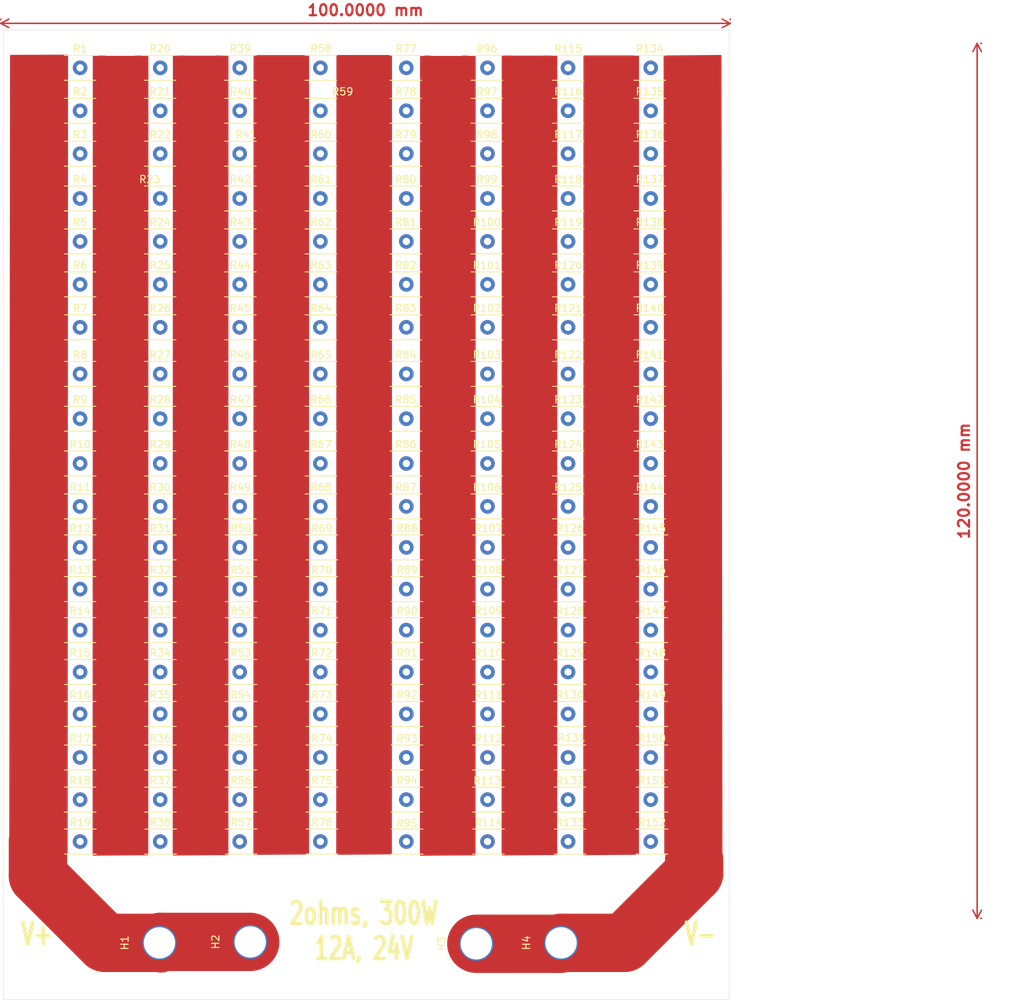
<source format=kicad_pcb>
(kicad_pcb (version 20240108) (generator "pcbnew") (generator_version "8.0")
  (layers (0 "F.Cu" signal) (31 "B.Cu" signal) (34 "B.Paste" user) (35 "F.Paste" user) (36 "B.SilkS" user "B.Silkscreen") (37 "F.SilkS" user "F.Silkscreen") (38 "B.Mask" user) (39 "F.Mask" user) (44 "Edge.Cuts" user))
  (net 0 "")
  (net 1 "/V+")
  (net 2 "/P1")
  (net 3 "/P2")
  (net 4 "/V-")
  (net 5 "/P3")
  (net 6 "/P4")
  (net 7 "/P5")
  (net 8 "/P6")
  (net 9 "/P7")
  (footprint "Resistor_SMD:R_2512_6332Metric" (layer "F.Cu") (at 52.0375 103.29)
    (property "Reference" "R14")
    (property "Value" "4.7")
  )
  (footprint "Resistor_SMD:R_2512_6332Metric" (layer "F.Cu") (at 63.04703 97.67)
    (property "Reference" "R32")
    (property "Value" "4.7")
  )
  (footprint "Resistor_SMD:R_2512_6332Metric" (layer "F.Cu") (at 96.68702 55.88)
    (property "Reference" "R82")
    (property "Value" "4.7")
  )
  (footprint "Resistor_SMD:R_2512_6332Metric" (layer "F.Cu") (at 130.128108 44.1)
    (property "Reference" "R137")
    (property "Value" "4.7")
  )
  (footprint "Resistor_SMD:R_2512_6332Metric" (layer "F.Cu") (at 74.092274 97.67)
    (property "Reference" "R51")
    (property "Value" "4.7")
  )
  (footprint "Resistor_SMD:R_2512_6332Metric" (layer "F.Cu") (at 118.945364 37.96)
    (property "Reference" "R117")
    (property "Value" "4.7")
  )
  (footprint "Resistor_SMD:R_2512_6332Metric" (layer "F.Cu") (at 130.415608 126.54)
    (property "Reference" "R151")
    (property "Value" "4.7")
  )
  (footprint "Resistor_SMD:R_2512_6332Metric" (layer "F.Cu") (at 96.68702 61.77)
    (property "Reference" "R83")
    (property "Value" "4.7")
  )
  (footprint "Resistor_SMD:R_2512_6332Metric" (layer "F.Cu") (at 74.010132 68.16)
    (property "Reference" "R46")
    (property "Value" "4.7")
  )
  (footprint "Resistor_SMD:R_2512_6332Metric" (layer "F.Cu") (at 119.19179 126.54)
    (property "Reference" "R132")
    (property "Value" "4.7")
  )
  (footprint "MountingHole:MountingHole_4.3mm_M4_DIN965_Pad_TopOnly" (layer "F.Cu") (at 62.917201 146.183101 90)
    (property "Reference" "H1")
    (property "Value" "MountingHole_Pad")
  )
  (footprint "Resistor_SMD:R_2512_6332Metric" (layer "F.Cu") (at 63.005959 74.3)
    (property "Reference" "R28")
    (property "Value" "4.7")
  )
  (footprint "Resistor_SMD:R_2512_6332Metric" (layer "F.Cu") (at 63.005959 80.44)
    (property "Reference" "R29")
    (property "Value" "4.7")
  )
  (footprint "Resistor_SMD:R_2512_6332Metric" (layer "F.Cu") (at 118.945364 80.44)
    (property "Reference" "R124")
    (property "Value" "4.7")
  )
  (footprint "Resistor_SMD:R_2512_6332Metric" (layer "F.Cu") (at 52.0375 74.3)
    (property "Reference" "R9")
    (property "Value" "4.7")
  )
  (footprint "Resistor_SMD:R_2512_6332Metric" (layer "F.Cu") (at 74.010132 44.1)
    (property "Reference" "R42")
    (property "Value" "4.7")
  )
  (footprint "Resistor_SMD:R_2512_6332Metric" (layer "F.Cu") (at 74.010132 61.77)
    (property "Reference" "R45")
    (property "Value" "4.7")
  )
  (footprint "Resistor_SMD:R_2512_6332Metric" (layer "F.Cu") (at 96.68702 68.16)
    (property "Reference" "R84")
    (property "Value" "4.7")
  )
  (footprint "Resistor_SMD:R_2512_6332Metric" (layer "F.Cu") (at 63.005959 37.96)
    (property "Reference" "R22")
    (property "Value" "4.7")
  )
  (footprint "Resistor_SMD:R_2512_6332Metric" (layer "F.Cu") (at 52.0375 91.95)
    (property "Reference" "R12")
    (property "Value" "4.7")
  )
  (footprint "Resistor_SMD:R_2512_6332Metric" (layer "F.Cu") (at 130.415608 120.76)
    (property "Reference" "R150")
    (property "Value" "4.7")
  )
  (footprint "Resistor_SMD:R_2512_6332Metric" (layer "F.Cu") (at 96.68702 74.3)
    (property "Reference" "R85")
    (property "Value" "4.7")
  )
  (footprint "Resistor_SMD:R_2512_6332Metric" (layer "F.Cu") (at 63.04703 91.95)
    (property "Reference" "R31")
    (property "Value" "4.7")
  )
  (footprint "Resistor_SMD:R_2512_6332Metric" (layer "F.Cu") (at 52.0375 26.18)
    (property "Reference" "R1")
    (property "Value" "4.7")
  )
  (footprint "Resistor_SMD:R_2512_6332Metric" (layer "F.Cu") (at 96.851304 114.79)
    (property "Reference" "R92")
    (property "Value" "4.7")
  )
  (footprint "Resistor_SMD:R_2512_6332Metric" (layer "F.Cu") (at 108.014405 132.29)
    (property "Reference" "R114")
    (property "Value" "4.7")
  )
  (footprint "Resistor_SMD:R_2512_6332Metric" (layer "F.Cu") (at 130.128108 61.77)
    (property "Reference" "R140")
    (property "Value" "4.7")
  )
  (footprint "Resistor_SMD:R_2512_6332Metric" (layer "F.Cu") (at 74.010132 37.96)
    (property "Reference" "R41")
    (property "Value" "4.7")
  )
  (footprint "Resistor_SMD:R_2512_6332Metric" (layer "F.Cu") (at 74.092274 109.04)
    (property "Reference" "R53")
    (property "Value" "4.7")
  )
  (footprint "Resistor_SMD:R_2512_6332Metric" (layer "F.Cu") (at 85.173232 126.54)
    (property "Reference" "R75")
    (property "Value" "4.7")
  )
  (footprint "Resistor_SMD:R_2512_6332Metric" (layer "F.Cu") (at 52.0375 32.07)
    (property "Reference" "R2")
    (property "Value" "4.7")
  )
  (footprint "Resistor_SMD:R_2512_6332Metric" (layer "F.Cu") (at 74.010132 49.99)
    (property "Reference" "R43")
    (property "Value" "4.7")
  )
  (footprint "Resistor_SMD:R_2512_6332Metric" (layer "F.Cu") (at 119.19179 114.79)
    (property "Reference" "R130")
    (property "Value" "4.7")
  )
  (footprint "Resistor_SMD:R_2512_6332Metric" (layer "F.Cu") (at 85.173232 109.04)
    (property "Reference" "R72")
    (property "Value" "4.7")
  )
  (footprint "Resistor_SMD:R_2512_6332Metric" (layer "F.Cu") (at 107.798335 49.99)
    (property "Reference" "R100")
    (property "Value" "4.7")
  )
  (footprint "Resistor_SMD:R_2512_6332Metric" (layer "F.Cu") (at 63.04703 120.76)
    (property "Reference" "R36")
    (property "Value" "4.7")
  )
  (footprint "Resistor_SMD:R_2512_6332Metric" (layer "F.Cu") (at 85.173232 120.76)
    (property "Reference" "R74")
    (property "Value" "4.7")
  )
  (footprint "Resistor_SMD:R_2512_6332Metric" (layer "F.Cu") (at 85.050019 61.77)
    (property "Reference" "R64")
    (property "Value" "4.7")
  )
  (footprint "Resistor_SMD:R_2512_6332Metric" (layer "F.Cu") (at 130.415608 103.29)
    (property "Reference" "R147")
    (property "Value" "4.7")
  )
  (footprint "Resistor_SMD:R_2512_6332Metric" (layer "F.Cu") (at 85.173232 114.79)
    (property "Reference" "R73")
    (property "Value" "4.7")
  )
  (footprint "Resistor_SMD:R_2512_6332Metric" (layer "F.Cu") (at 108.00369 97.67)
    (property "Reference" "R108")
    (property "Value" "4.7")
  )
  (footprint "Resistor_SMD:R_2512_6332Metric" (layer "F.Cu") (at 96.68702 32.07)
    (property "Reference" "R78")
    (property "Value" "4.7")
  )
  (footprint "Resistor_SMD:R_2512_6332Metric" (layer "F.Cu") (at 130.128108 55.88)
    (property "Reference" "R139")
    (property "Value" "4.7")
  )
  (footprint "Resistor_SMD:R_2512_6332Metric" (layer "F.Cu") (at 130.128108 86.33)
    (property "Reference" "R144")
    (property "Value" "4.7")
  )
  (footprint "Resistor_SMD:R_2512_6332Metric" (layer "F.Cu") (at 108.00369 120.76)
    (property "Reference" "R112")
    (property "Value" "4.7")
  )
  (footprint "Resistor_SMD:R_2512_6332Metric" (layer "F.Cu") (at 118.945364 68.16)
    (property "Reference" "R122")
    (property "Value" "4.7")
  )
  (footprint "Resistor_SMD:R_2512_6332Metric" (layer "F.Cu") (at 63.04703 126.54)
    (property "Reference" "R37")
    (property "Value" "4.7")
  )
  (footprint "Resistor_SMD:R_2512_6332Metric" (layer "F.Cu") (at 85.050019 55.88)
    (property "Reference" "R63")
    (property "Value" "4.7")
  )
  (footprint "Resistor_SMD:R_2512_6332Metric" (layer "F.Cu") (at 118.945364 61.77)
    (property "Reference" "R121")
    (property "Value" "4.7")
  )
  (footprint "Resistor_SMD:R_2512_6332Metric" (layer "F.Cu") (at 52.075 132.29)
    (property "Reference" "R19")
    (property "Value" "4.7")
  )
  (footprint "Resistor_SMD:R_2512_6332Metric" (layer "F.Cu") (at 52.0375 80.44)
    (property "Reference" "R10")
    (property "Value" "4.7")
  )
  (footprint "Resistor_SMD:R_2512_6332Metric" (layer "F.Cu") (at 130.128108 68.16)
    (property "Reference" "R141")
    (property "Value" "4.7")
  )
  (footprint "Resistor_SMD:R_2512_6332Metric" (layer "F.Cu") (at 118.945364 55.88)
    (property "Reference" "R120")
    (property "Value" "4.7")
  )
  (footprint "Resistor_SMD:R_2512_6332Metric" (layer "F.Cu") (at 96.851304 91.95)
    (property "Reference" "R88")
    (property "Value" "4.7")
  )
  (footprint "Resistor_SMD:R_2512_6332Metric" (layer "F.Cu") (at 118.945364 49.99)
    (property "Reference" "R119")
    (property "Value" "4.7")
  )
  (footprint "Resistor_SMD:R_2512_6332Metric" (layer "F.Cu") (at 130.128108 37.96)
    (property "Reference" "R136")
    (property "Value" "4.7")
  )
  (footprint "Resistor_SMD:R_2512_6332Metric" (layer "F.Cu") (at 52.0375 55.88)
    (property "Reference" "R6")
    (property "Value" "4.7")
  )
  (footprint "MountingHole:MountingHole_4.3mm_M4_DIN965_Pad_TopOnly" (layer "F.Cu") (at 117.967201 146.183101 90)
    (property "Reference" "H4")
    (property "Value" "MountingHole_Pad")
  )
  (footprint "Resistor_SMD:R_2512_6332Metric" (layer "F.Cu") (at 85.050019 86.33)
    (property "Reference" "R68")
    (property "Value" "4.7")
  )
  (footprint "Resistor_SMD:R_2512_6332Metric" (layer "F.Cu") (at 74.010132 55.88)
    (property "Reference" "R44")
    (property "Value" "4.7")
  )
  (footprint "Resistor_SMD:R_2512_6332Metric" (layer "F.Cu") (at 119.19179 91.95)
    (property "Reference" "R126")
    (property "Value" "4.7")
  )
  (footprint "Resistor_SMD:R_2512_6332Metric" (layer "F.Cu") (at 63.005959 49.99)
    (property "Reference" "R24")
    (property "Value" "4.7")
  )
  (footprint "Resistor_SMD:R_2512_6332Metric" (layer "F.Cu") (at 130.415608 114.79)
    (property "Reference" "R149")
    (property "Value" "4.7")
  )
  (footprint "Resistor_SMD:R_2512_6332Metric" (layer "F.Cu") (at 74.092274 103.29)
    (property "Reference" "R52")
    (property "Value" "4.7")
  )
  (footprint "Resistor_SMD:R_2512_6332Metric" (layer "F.Cu") (at 52.0375 109.04)
    (property "Reference" "R15")
    (property "Value" "4.7")
  )
  (footprint "Resistor_SMD:R_2512_6332Metric" (layer "F.Cu") (at 96.68702 37.96)
    (property "Reference" "R79")
    (property "Value" "4.7")
  )
  (footprint "Resistor_SMD:R_2512_6332Metric" (layer "F.Cu") (at 74.010132 26.18)
    (property "Reference" "R39")
    (property "Value" "4.7")
  )
  (footprint "Resistor_SMD:R_2512_6332Metric" (layer "F.Cu") (at 130.415608 132.29)
    (property "Reference" "R152")
    (property "Value" "4.7")
  )
  (footprint "Resistor_SMD:R_2512_6332Metric" (layer "F.Cu") (at 107.798335 44.1)
    (property "Reference" "R99")
    (property "Value" "4.7")
  )
  (footprint "Resistor_SMD:R_2512_6332Metric" (layer "F.Cu") (at 96.851304 109.04)
    (property "Reference" "R91")
    (property "Value" "4.7")
  )
  (footprint "Resistor_SMD:R_2512_6332Metric" (layer "F.Cu") (at 74.092274 114.79)
    (property "Reference" "R54")
    (property "Value" "4.7")
  )
  (footprint "Resistor_SMD:R_2512_6332Metric" (layer "F.Cu") (at 96.851304 120.76)
    (property "Reference" "R93")
    (property "Value" "4.7")
  )
  (footprint "Resistor_SMD:R_2512_6332Metric" (layer "F.Cu") (at 85.050019 37.96)
    (property "Reference" "R60")
    (property "Value" "4.7")
  )
  (footprint "Resistor_SMD:R_2512_6332Metric" (layer "F.Cu") (at 108.00369 126.54)
    (property "Reference" "R113")
    (property "Value" "4.7")
  )
  (footprint "MountingHole:MountingHole_4.3mm_M4_DIN965_Pad_TopOnly" (layer "F.Cu") (at 106.351201 146.310101 90)
    (property "Reference" "H3")
    (property "Value" "MountingHole_Pad")
  )
  (footprint "Resistor_SMD:R_2512_6332Metric" (layer "F.Cu") (at 85.173232 97.67)
    (property "Reference" "R70")
    (property "Value" "4.7")
  )
  (footprint "Resistor_SMD:R_2512_6332Metric" (layer "F.Cu") (at 130.128108 26.18)
    (property "Reference" "R134")
    (property "Value" "4.7")
  )
  (footprint "Resistor_SMD:R_2512_6332Metric" (layer "F.Cu") (at 74.010132 86.33)
    (property "Reference" "R49")
    (property "Value" "4.7")
  )
  (footprint "Resistor_SMD:R_2512_6332Metric" (layer "F.Cu") (at 96.851304 97.67)
    (property "Reference" "R89")
    (property "Value" "4.7")
  )
  (footprint "Resistor_SMD:R_2512_6332Metric" (layer "F.Cu") (at 107.798335 32.07)
    (property "Reference" "R97")
    (property "Value" "4.7")
  )
  (footprint "Resistor_SMD:R_2512_6332Metric" (layer "F.Cu") (at 107.798335 86.33)
    (property "Reference" "R106")
    (property "Value" "4.7")
  )
  (footprint "Resistor_SMD:R_2512_6332Metric" (layer "F.Cu") (at 96.851304 103.29)
    (property "Reference" "R90")
    (property "Value" "4.7")
  )
  (footprint "Resistor_SMD:R_2512_6332Metric" (layer "F.Cu") (at 52.0375 44.1)
    (property "Reference" "R4")
    (property "Value" "4.7")
  )
  (footprint "Resistor_SMD:R_2512_6332Metric" (layer "F.Cu") (at 63.005959 68.16)
    (property "Reference" "R27")
    (property "Value" "4.7")
  )
  (footprint "Resistor_SMD:R_2512_6332Metric" (layer "F.Cu") (at 130.128108 32.07)
    (property "Reference" "R135")
    (property "Value" "4.7")
  )
  (footprint "Resistor_SMD:R_2512_6332Metric" (layer "F.Cu") (at 119.19179 120.76)
    (property "Reference" "R131")
    (property "Value" "4.7")
  )
  (footprint "Resistor_SMD:R_2512_6332Metric" (layer "F.Cu") (at 52.0375 37.96)
    (property "Reference" "R3")
    (property "Value" "4.7")
  )
  (footprint "Resistor_SMD:R_2512_6332Metric" (layer "F.Cu") (at 108.00369 114.79)
    (property "Reference" "R111")
    (property "Value" "4.7")
  )
  (footprint "Resistor_SMD:R_2512_6332Metric" (layer "F.Cu") (at 63.005959 86.33)
    (property "Reference" "R30")
    (property "Value" "4.7")
  )
  (footprint "Resistor_SMD:R_2512_6332Metric" (layer "F.Cu") (at 74.11906 132.29)
    (property "Reference" "R57")
    (property "Value" "4.7")
  )
  (footprint "Resistor_SMD:R_2512_6332Metric" (layer "F.Cu") (at 52.0375 120.76)
    (property "Reference" "R17")
    (property "Value" "4.7")
  )
  (footprint "Resistor_SMD:R_2512_6332Metric" (layer "F.Cu") (at 52.0375 49.99)
    (property "Reference" "R5")
    (property "Value" "4.7")
  )
  (footprint "Resistor_SMD:R_2512_6332Metric" (layer "F.Cu") (at 85.173232 103.29)
    (property "Reference" "R71")
    (property "Value" "4.7")
  )
  (footprint "Resistor_SMD:R_2512_6332Metric" (layer "F.Cu") (at 130.415608 97.67)
    (property "Reference" "R146")
    (property "Value" "4.7")
  )
  (footprint "Resistor_SMD:R_2512_6332Metric" (layer "F.Cu") (at 107.798335 80.44)
    (property "Reference" "R105")
    (property "Value" "4.7")
  )
  (footprint "Resistor_SMD:R_2512_6332Metric" (layer "F.Cu") (at 52.0375 114.79)
    (property "Reference" "R16")
    (property "Value" "4.7")
  )
  (footprint "Resistor_SMD:R_2512_6332Metric" (layer "F.Cu") (at 63.005959 55.88)
    (property "Reference" "R25")
    (property "Value" "4.7")
  )
  (footprint "Resistor_SMD:R_2512_6332Metric" (layer "F.Cu") (at 63.079173 132.29)
    (property "Reference" "R38")
    (property "Value" "4.7")
  )
  (footprint "Resistor_SMD:R_2512_6332Metric" (layer "F.Cu") (at 119.19179 103.29)
    (property "Reference" "R128")
    (property "Value" "4.7")
  )
  (footprint "Resistor_SMD:R_2512_6332Metric" (layer "F.Cu") (at 107.798335 55.88)
    (property "Reference" "R101")
    (property "Value" "4.7")
  )
  (footprint "Resistor_SMD:R_2512_6332Metric" (layer "F.Cu") (at 85.050019 32.07)
    (property "Reference" "R59")
    (property "Value" "4.7")
  )
  (footprint "Resistor_SMD:R_2512_6332Metric" (layer "F.Cu") (at 119.19179 109.04)
    (property "Reference" "R129")
    (property "Value" "4.7")
  )
  (footprint "Resistor_SMD:R_2512_6332Metric" (layer "F.Cu") (at 85.050019 74.3)
    (property "Reference" "R66")
    (property "Value" "4.7")
  )
  (footprint "Resistor_SMD:R_2512_6332Metric" (layer "F.Cu") (at 96.867376 132.29)
    (property "Reference" "R95")
    (property "Value" "4.7")
  )
  (footprint "Resistor_SMD:R_2512_6332Metric" (layer "F.Cu") (at 96.68702 44.1)
    (property "Reference" "R80")
    (property "Value" "4.7")
  )
  (footprint "Resistor_SMD:R_2512_6332Metric" (layer "F.Cu") (at 74.010132 74.3)
    (property "Reference" "R47")
    (property "Value" "4.7")
  )
  (footprint "Resistor_SMD:R_2512_6332Metric" (layer "F.Cu") (at 63.04703 103.29)
    (property "Reference" "R33")
    (property "Value" "4.7")
  )
  (footprint "Resistor_SMD:R_2512_6332Metric" (layer "F.Cu") (at 96.68702 80.44)
    (property "Reference" "R86")
    (property "Value" "4.7")
  )
  (footprint "Resistor_SMD:R_2512_6332Metric" (layer "F.Cu") (at 63.005959 26.18)
    (property "Reference" "R20")
    (property "Value" "4.7")
  )
  (footprint "Resistor_SMD:R_2512_6332Metric" (layer "F.Cu") (at 119.197148 132.29)
    (property "Reference" "R133")
    (property "Value" "4.7")
  )
  (footprint "Resistor_SMD:R_2512_6332Metric" (layer "F.Cu") (at 85.050019 80.44)
    (property "Reference" "R67")
    (property "Value" "4.7")
  )
  (footprint "Resistor_SMD:R_2512_6332Metric" (layer "F.Cu") (at 63.005959 32.07)
    (property "Reference" "R21")
    (property "Value" "4.7")
  )
  (footprint "Resistor_SMD:R_2512_6332Metric" (layer "F.Cu") (at 118.945364 44.1)
    (property "Reference" "R118")
    (property "Value" "4.7")
  )
  (footprint "Resistor_SMD:R_2512_6332Metric" (layer "F.Cu") (at 63.04703 114.79)
    (property "Reference" "R35")
    (property "Value" "4.7")
  )
  (footprint "Resistor_SMD:R_2512_6332Metric" (layer "F.Cu") (at 52.0375 97.67)
    (property "Reference" "R13")
    (property "Value" "4.7")
  )
  (footprint "Resistor_SMD:R_2512_6332Metric" (layer "F.Cu") (at 74.092274 91.95)
    (property "Reference" "R50")
    (property "Value" "4.7")
  )
  (footprint "Resistor_SMD:R_2512_6332Metric" (layer "F.Cu") (at 130.128108 80.44)
    (property "Reference" "R143")
    (property "Value" "4.7")
  )
  (footprint "Resistor_SMD:R_2512_6332Metric" (layer "F.Cu") (at 85.050019 44.1)
    (property "Reference" "R61")
    (property "Value" "4.7")
  )
  (footprint "Resistor_SMD:R_2512_6332Metric" (layer "F.Cu") (at 107.798335 37.96)
    (property "Reference" "R98")
    (property "Value" "4.7")
  )
  (footprint "Resistor_SMD:R_2512_6332Metric" (layer "F.Cu") (at 85.050019 49.99)
    (property "Reference" "R62")
    (property "Value" "4.7")
  )
  (footprint "Resistor_SMD:R_2512_6332Metric" (layer "F.Cu") (at 130.415608 109.04)
    (property "Reference" "R148")
    (property "Value" "4.7")
  )
  (footprint "Resistor_SMD:R_2512_6332Metric" (layer "F.Cu") (at 85.194661 132.29)
    (property "Reference" "R76")
    (property "Value" "4.7")
  )
  (footprint "Resistor_SMD:R_2512_6332Metric" (layer "F.Cu") (at 63.005959 44.1)
    (property "Reference" "R23")
    (property "Value" "4.7")
  )
  (footprint "Resistor_SMD:R_2512_6332Metric" (layer "F.Cu") (at 96.851304 126.54)
    (property "Reference" "R94")
    (property "Value" "4.7")
  )
  (footprint "Resistor_SMD:R_2512_6332Metric" (layer "F.Cu") (at 85.050019 26.18)
    (property "Reference" "R58")
    (property "Value" "4.7")
  )
  (footprint "Resistor_SMD:R_2512_6332Metric" (layer "F.Cu") (at 63.005959 61.77)
    (property "Reference" "R26")
    (property "Value" "4.7")
  )
  (footprint "Resistor_SMD:R_2512_6332Metric" (layer "F.Cu") (at 107.798335 74.3)
    (property "Reference" "R104")
    (property "Value" "4.7")
  )
  (footprint "Resistor_SMD:R_2512_6332Metric" (layer "F.Cu") (at 118.945364 32.07)
    (property "Reference" "R116")
    (property "Value" "4.7")
  )
  (footprint "Resistor_SMD:R_2512_6332Metric" (layer "F.Cu") (at 74.010132 32.07)
    (property "Reference" "R40")
    (property "Value" "4.7")
  )
  (footprint "Resistor_SMD:R_2512_6332Metric" (layer "F.Cu") (at 130.128108 74.3)
    (property "Reference" "R142")
    (property "Value" "4.7")
  )
  (footprint "Resistor_SMD:R_2512_6332Metric" (layer "F.Cu") (at 130.128108 49.99)
    (property "Reference" "R138")
    (property "Value" "4.7")
  )
  (footprint "Resistor_SMD:R_2512_6332Metric" (layer "F.Cu") (at 108.00369 109.04)
    (property "Reference" "R110")
    (property "Value" "4.7")
  )
  (footprint "Resistor_SMD:R_2512_6332Metric" (layer "F.Cu") (at 74.010132 80.44)
    (property "Reference" "R48")
    (property "Value" "4.7")
  )
  (footprint "Resistor_SMD:R_2512_6332Metric" (layer "F.Cu") (at 96.68702 49.99)
    (property "Reference" "R81")
    (property "Value" "4.7")
  )
  (footprint "Resistor_SMD:R_2512_6332Metric" (layer "F.Cu") (at 130.415608 91.95)
    (property "Reference" "R145")
    (property "Value" "4.7")
  )
  (footprint "Resistor_SMD:R_2512_6332Metric" (layer "F.Cu") (at 118.945364 74.3)
    (property "Reference" "R123")
    (property "Value" "4.7")
  )
  (footprint "Resistor_SMD:R_2512_6332Metric" (layer "F.Cu") (at 96.68702 26.18)
    (property "Reference" "R77")
    (property "Value" "4.7")
  )
  (footprint "Resistor_SMD:R_2512_6332Metric" (layer "F.Cu") (at 52.0375 61.77)
    (property "Reference" "R7")
    (property "Value" "4.7")
  )
  (footprint "MountingHole:MountingHole_4.3mm_M4_DIN965_Pad_TopOnly" (layer "F.Cu") (at 75.363201 146.056101 90)
    (property "Reference" "H2")
    (property "Value" "MountingHole_Pad")
  )
  (footprint "Resistor_SMD:R_2512_6332Metric" (layer "F.Cu") (at 63.04703 109.04)
    (property "Reference" "R34")
    (property "Value" "4.7")
  )
  (footprint "Resistor_SMD:R_2512_6332Metric" (layer "F.Cu") (at 85.050019 68.16)
    (property "Reference" "R65")
    (property "Value" "4.7")
  )
  (footprint "Resistor_SMD:R_2512_6332Metric" (layer "F.Cu") (at 107.798335 68.16)
    (property "Reference" "R103")
    (property "Value" "4.7")
  )
  (footprint "Resistor_SMD:R_2512_6332Metric" (layer "F.Cu") (at 118.945364 86.33)
    (property "Reference" "R125")
    (property "Value" "4.7")
  )
  (footprint "Resistor_SMD:R_2512_6332Metric" (layer "F.Cu") (at 52.0375 86.33)
    (property "Reference" "R11")
    (property "Value" "4.7")
  )
  (footprint "Resistor_SMD:R_2512_6332Metric" (layer "F.Cu") (at 52.0375 126.54)
    (property "Reference" "R18")
    (property "Value" "4.7")
  )
  (footprint "Resistor_SMD:R_2512_6332Metric" (layer "F.Cu") (at 118.945364 26.18)
    (property "Reference" "R115")
    (property "Value" "4.7")
  )
  (footprint "Resistor_SMD:R_2512_6332Metric" (layer "F.Cu") (at 107.798335 61.77)
    (property "Reference" "R102")
    (property "Value" "4.7")
  )
  (footprint "Resistor_SMD:R_2512_6332Metric" (layer "F.Cu") (at 52.0375 68.16)
    (property "Reference" "R8")
    (property "Value" "4.7")
  )
  (footprint "Resistor_SMD:R_2512_6332Metric" (layer "F.Cu") (at 74.092274 126.54)
    (property "Reference" "R56")
    (property "Value" "4.7")
  )
  (footprint "Resistor_SMD:R_2512_6332Metric" (layer "F.Cu") (at 74.092274 120.76)
    (property "Reference" "R55")
    (property "Value" "4.7")
  )
  (footprint "Resistor_SMD:R_2512_6332Metric" (layer "F.Cu") (at 85.173232 91.95)
    (property "Reference" "R69")
    (property "Value" "4.7")
  )
  (footprint "Resistor_SMD:R_2512_6332Metric" (layer "F.Cu") (at 96.68702 86.33)
    (property "Reference" "R87")
    (property "Value" "4.7")
  )
  (footprint "Resistor_SMD:R_2512_6332Metric" (layer "F.Cu") (at 108.00369 103.29)
    (property "Reference" "R109")
    (property "Value" "4.7")
  )
  (footprint "Resistor_SMD:R_2512_6332Metric" (layer "F.Cu") (at 107.798335 26.18)
    (property "Reference" "R96")
    (property "Value" "4.7")
  )
  (footprint "Resistor_SMD:R_2512_6332Metric" (layer "F.Cu") (at 108.00369 91.95)
    (property "Reference" "R107")
    (property "Value" "4.7")
  )
  (footprint "Resistor_SMD:R_2512_6332Metric" (layer "F.Cu") (at 119.19179 97.67)
    (property "Reference" "R127")
    (property "Value" "4.7")
  )
  (gr_rect (start 41.5 20.987383) (end 141 153.987383) (stroke (width 0.05)) (fill none) (layer "Edge.Cuts"))
  (gr_text "V-\n" (at 134.62 146.750133 0) (layer "F.SilkS") (effects (font (size 3 2) (thickness 0.5) (bold yes)) (justify left bottom)))
  (gr_text "2ohms, 300W\n12A, 24V" (at 90.932 148.717 0) (layer "F.SilkS") (effects (font (size 3 2) (thickness 0.5) (bold yes)) (justify bottom)))
  (gr_text "V+\n" (at 43.688 146.750133 0) (layer "F.SilkS") (effects (font (size 3 2) (thickness 0.5) (bold yes)) (justify left bottom)))
  (dimension (type aligned) (layer "F.Cu") (pts (xy 41.16061 20.085581) (xy 141.16061 20.085581)) (height 0) (gr_text "100.0000 mm" (at 91.16061 18.285581 0) (layer "F.Cu") (effects (font (size 1.5 1.5) (thickness 0.3)))) (format (prefix "") (suffix "") (units 3) (units_format 1) (precision 4)) (style (thickness 0.2) (arrow_length 1.27) (text_position_mode 0) (extension_height 0.58642) (extension_offset 0.5) keep_text_aligned))
  (dimension (type aligned) (layer "F.Cu") (pts (xy 175 22.83381) (xy 175 142.83381)) (height 0) (gr_text "120.0000 mm" (at 173.2 82.83381 90) (layer "F.Cu") (effects (font (size 1.5 1.5) (thickness 0.3)))) (format (prefix "") (suffix "") (units 3) (units_format 1) (precision 4)) (style (thickness 0.2) (arrow_length 1.27) (text_position_mode 0) (extension_height 0.58642) (extension_offset 0.5) keep_text_aligned))
  (via (at 52.0375 74.3) (size 2) (drill 1) (layers "F.Cu" "B.Cu") (net 0))
  (via (at 107.88348 86.33) (size 2) (drill 1) (layers "F.Cu" "B.Cu") (net 0))
  (via (at 63.021388 55.88) (size 2) (drill 1) (layers "F.Cu" "B.Cu") (net 0))
  (via (at 63.021388 61.77) (size 2) (drill 1) (layers "F.Cu" "B.Cu") (net 0))
  (via (at 63.021388 97.67) (size 2) (drill 1) (layers "F.Cu" "B.Cu") (net 0))
  (via (at 118.920938 26.18) (size 2) (drill 1) (layers "F.Cu" "B.Cu") (net 0))
  (via (at 84.973306 109.04) (size 2) (drill 1) (layers "F.Cu" "B.Cu") (net 0))
  (via (at 107.88348 74.3) (size 2) (drill 1) (layers "F.Cu" "B.Cu") (net 0))
  (via (at 63.021388 132.29) (size 2) (drill 1) (layers "F.Cu" "B.Cu") (net 0))
  (via (at 96.754736 126.54) (size 2) (drill 1) (layers "F.Cu" "B.Cu") (net 0))
  (via (at 118.920938 55.88) (size 2) (drill 1) (layers "F.Cu" "B.Cu") (net 0))
  (via (at 107.88348 80.44) (size 2) (drill 1) (layers "F.Cu" "B.Cu") (net 0))
  (via (at 63.021388 74.3) (size 2) (drill 1) (layers "F.Cu" "B.Cu") (net 0))
  (via (at 52.0375 80.44) (size 2) (drill 1) (layers "F.Cu" "B.Cu") (net 0))
  (via (at 118.920938 74.3) (size 2) (drill 1) (layers "F.Cu" "B.Cu") (net 0))
  (via (at 107.88348 103.29) (size 2) (drill 1) (layers "F.Cu" "B.Cu") (net 0))
  (via (at 96.754736 80.44) (size 2) (drill 1) (layers "F.Cu" "B.Cu") (net 0))
  (via (at 63.021388 91.95) (size 2) (drill 1) (layers "F.Cu" "B.Cu") (net 0))
  (via (at 107.88348 32.07) (size 2) (drill 1) (layers "F.Cu" "B.Cu") (net 0))
  (via (at 96.754736 103.29) (size 2) (drill 1) (layers "F.Cu" "B.Cu") (net 0))
  (via (at 130.248108 32.07) (size 2) (drill 1) (layers "F.Cu" "B.Cu") (net 0))
  (via (at 96.754736 61.77) (size 2) (drill 1) (layers "F.Cu" "B.Cu") (net 0))
  (via (at 96.754736 109.04) (size 2) (drill 1) (layers "F.Cu" "B.Cu") (net 0))
  (via (at 84.973306 114.79) (size 2) (drill 1) (layers "F.Cu" "B.Cu") (net 0))
  (via (at 96.754736 44.1) (size 2) (drill 1) (layers "F.Cu" "B.Cu") (net 0))
  (via (at 118.920938 132.29) (size 2) (drill 1) (layers "F.Cu" "B.Cu") (net 0))
  (via (at 52.0375 26.18) (size 2) (drill 1) (layers "F.Cu" "B.Cu") (net 0))
  (via (at 73.91599 132.29) (size 2) (drill 1) (layers "F.Cu" "B.Cu") (net 0))
  (via (at 107.88348 97.67) (size 2) (drill 1) (layers "F.Cu" "B.Cu") (net 0))
  (via (at 73.91599 97.67) (size 2) (drill 1) (layers "F.Cu" "B.Cu") (net 0))
  (via (at 52.0375 37.96) (size 2) (drill 1) (layers "F.Cu" "B.Cu") (net 0))
  (via (at 73.91599 109.04) (size 2) (drill 1) (layers "F.Cu" "B.Cu") (net 0))
  (via (at 73.91599 74.3) (size 2) (drill 1) (layers "F.Cu" "B.Cu") (net 0))
  (via (at 96.754736 120.76) (size 2) (drill 1) (layers "F.Cu" "B.Cu") (net 0))
  (via (at 107.88348 55.88) (size 2) (drill 1) (layers "F.Cu" "B.Cu") (net 0))
  (via (at 84.973306 86.33) (size 2) (drill 1) (layers "F.Cu" "B.Cu") (net 0))
  (via (at 118.920938 49.99) (size 2) (drill 1) (layers "F.Cu" "B.Cu") (net 0))
  (via (at 130.248108 68.16) (size 2) (drill 1) (layers "F.Cu" "B.Cu") (net 0))
  (via (at 73.91599 55.88) (size 2) (drill 1) (layers "F.Cu" "B.Cu") (net 0))
  (via (at 130.248108 114.79) (size 2) (drill 1) (layers "F.Cu" "B.Cu") (net 0))
  (via (at 118.920938 120.76) (size 2) (drill 1) (layers "F.Cu" "B.Cu") (net 0))
  (via (at 52.0375 91.95) (size 2) (drill 1) (layers "F.Cu" "B.Cu") (net 0))
  (via (at 73.91599 32.07) (size 2) (drill 1) (layers "F.Cu" "B.Cu") (net 0))
  (via (at 73.91599 68.16) (size 2) (drill 1) (layers "F.Cu" "B.Cu") (net 0))
  (via (at 130.248108 91.95) (size 2) (drill 1) (layers "F.Cu" "B.Cu") (net 0))
  (via (at 118.920938 37.96) (size 2) (drill 1) (layers "F.Cu" "B.Cu") (net 0))
  (via (at 107.88348 132.29) (size 2) (drill 1) (layers "F.Cu" "B.Cu") (net 0))
  (via (at 84.973306 32.07) (size 2) (drill 1) (layers "F.Cu" "B.Cu") (net 0))
  (via (at 118.920938 32.07) (size 2) (drill 1) (layers "F.Cu" "B.Cu") (net 0))
  (via (at 84.973306 97.67) (size 2) (drill 1) (layers "F.Cu" "B.Cu") (net 0))
  (via (at 118.920938 80.44) (size 2) (drill 1) (layers "F.Cu" "B.Cu") (net 0))
  (via (at 73.91599 37.96) (size 2) (drill 1) (layers "F.Cu" "B.Cu") (net 0))
  (via (at 107.88348 49.99) (size 2) (drill 1) (layers "F.Cu" "B.Cu") (net 0))
  (via (at 84.973306 74.3) (size 2) (drill 1) (layers "F.Cu" "B.Cu") (net 0))
  (via (at 107.88348 114.79) (size 2) (drill 1) (layers "F.Cu" "B.Cu") (net 0))
  (via (at 73.91599 44.1) (size 2) (drill 1) (layers "F.Cu" "B.Cu") (net 0))
  (via (at 52.0375 61.77) (size 2) (drill 1) (layers "F.Cu" "B.Cu") (net 0))
  (via (at 107.88348 26.18) (size 2) (drill 1) (layers "F.Cu" "B.Cu") (net 0))
  (via (at 130.248108 26.18) (size 2) (drill 1) (layers "F.Cu" "B.Cu") (net 0))
  (via (at 96.754736 26.18) (size 2) (drill 1) (layers "F.Cu" "B.Cu") (net 0))
  (via (at 107.88348 61.77) (size 2) (drill 1) (layers "F.Cu" "B.Cu") (net 0))
  (via (at 107.88348 109.04) (size 2) (drill 1) (layers "F.Cu" "B.Cu") (net 0))
  (via (at 73.91599 103.29) (size 2) (drill 1) (layers "F.Cu" "B.Cu") (net 0))
  (via (at 84.973306 91.95) (size 2) (drill 1) (layers "F.Cu" "B.Cu") (net 0))
  (via (at 63.021388 103.29) (size 2) (drill 1) (layers "F.Cu" "B.Cu") (net 0))
  (via (at 84.973306 49.99) (size 2) (drill 1) (layers "F.Cu" "B.Cu") (net 0))
  (via (at 118.920938 126.54) (size 2) (drill 1) (layers "F.Cu" "B.Cu") (net 0))
  (via (at 63.021388 109.04) (size 2) (drill 1) (layers "F.Cu" "B.Cu") (net 0))
  (via (at 52.0375 97.67) (size 2) (drill 1) (layers "F.Cu" "B.Cu") (net 0))
  (via (at 130.248108 109.04) (size 2) (drill 1) (layers "F.Cu" "B.Cu") (net 0))
  (via (at 107.88348 91.95) (size 2) (drill 1) (layers "F.Cu" "B.Cu") (net 0))
  (via (at 63.021388 49.99) (size 2) (drill 1) (layers "F.Cu" "B.Cu") (net 0))
  (via (at 73.91599 49.99) (size 2) (drill 1) (layers "F.Cu" "B.Cu") (net 0))
  (via (at 130.248108 132.29) (size 2) (drill 1) (layers "F.Cu" "B.Cu") (net 0))
  (via (at 96.754736 68.16) (size 2) (drill 1) (layers "F.Cu" "B.Cu") (net 0))
  (via (at 73.91599 61.77) (size 2) (drill 1) (layers "F.Cu" "B.Cu") (net 0))
  (via (at 63.021388 32.07) (size 2) (drill 1) (layers "F.Cu" "B.Cu") (net 0))
  (via (at 84.973306 61.77) (size 2) (drill 1) (layers "F.Cu" "B.Cu") (net 0))
  (via (at 130.248108 103.29) (size 2) (drill 1) (layers "F.Cu" "B.Cu") (net 0))
  (via (at 52.0375 68.16) (size 2) (drill 1) (layers "F.Cu" "B.Cu") (net 0))
  (via (at 118.920938 86.33) (size 2) (drill 1) (layers "F.Cu" "B.Cu") (net 0))
  (via (at 84.973306 26.18) (size 2) (drill 1) (layers "F.Cu" "B.Cu") (net 0))
  (via (at 118.920938 91.95) (size 2) (drill 1) (layers "F.Cu" "B.Cu") (net 0))
  (via (at 52.0375 103.29) (size 2) (drill 1) (layers "F.Cu" "B.Cu") (net 0))
  (via (at 84.973306 80.44) (size 2) (drill 1) (layers "F.Cu" "B.Cu") (net 0))
  (via (at 107.88348 120.76) (size 2) (drill 1) (layers "F.Cu" "B.Cu") (net 0))
  (via (at 52.0375 86.33) (size 2) (drill 1) (layers "F.Cu" "B.Cu") (net 0))
  (via (at 96.754736 55.88) (size 2) (drill 1) (layers "F.Cu" "B.Cu") (net 0))
  (via (at 118.920938 97.67) (size 2) (drill 1) (layers "F.Cu" "B.Cu") (net 0))
  (via (at 118.920938 109.04) (size 2) (drill 1) (layers "F.Cu" "B.Cu") (net 0))
  (via (at 63.021388 126.54) (size 2) (drill 1) (layers "F.Cu" "B.Cu") (net 0))
  (via (at 130.248108 120.76) (size 2) (drill 1) (layers "F.Cu" "B.Cu") (net 0))
  (via (at 96.754736 86.33) (size 2) (drill 1) (layers "F.Cu" "B.Cu") (net 0))
  (via (at 130.248108 74.3) (size 2) (drill 1) (layers "F.Cu" "B.Cu") (net 0))
  (via (at 63.021388 26.18) (size 2) (drill 1) (layers "F.Cu" "B.Cu") (net 0))
  (via (at 73.91599 114.79) (size 2) (drill 1) (layers "F.Cu" "B.Cu") (net 0))
  (via (at 107.88348 37.96) (size 2) (drill 1) (layers "F.Cu" "B.Cu") (net 0))
  (via (at 130.248108 44.1) (size 2) (drill 1) (layers "F.Cu" "B.Cu") (net 0))
  (via (at 96.754736 114.79) (size 2) (drill 1) (layers "F.Cu" "B.Cu") (net 0))
  (via (at 96.754736 49.99) (size 2) (drill 1) (layers "F.Cu" "B.Cu") (net 0))
  (via (at 118.920938 68.16) (size 2) (drill 1) (layers "F.Cu" "B.Cu") (net 0))
  (via (at 52.0375 114.79) (size 2) (drill 1) (layers "F.Cu" "B.Cu") (net 0))
  (via (at 130.248108 80.44) (size 2) (drill 1) (layers "F.Cu" "B.Cu") (net 0))
  (via (at 96.754736 132.29) (size 2) (drill 1) (layers "F.Cu" "B.Cu") (net 0))
  (via (at 52.0375 49.99) (size 2) (drill 1) (layers "F.Cu" "B.Cu") (net 0))
  (via (at 84.973306 44.1) (size 2) (drill 1) (layers "F.Cu" "B.Cu") (net 0))
  (via (at 118.920938 61.77) (size 2) (drill 1) (layers "F.Cu" "B.Cu") (net 0))
  (via (at 63.021388 120.76) (size 2) (drill 1) (layers "F.Cu" "B.Cu") (net 0))
  (via (at 130.248108 97.67) (size 2) (drill 1) (layers "F.Cu" "B.Cu") (net 0))
  (via (at 107.88348 68.16) (size 2) (drill 1) (layers "F.Cu" "B.Cu") (net 0))
  (via (at 52.0375 55.88) (size 2) (drill 1) (layers "F.Cu" "B.Cu") (net 0))
  (via (at 84.973306 126.54) (size 2) (drill 1) (layers "F.Cu" "B.Cu") (net 0))
  (via (at 52.0375 44.1) (size 2) (drill 1) (layers "F.Cu" "B.Cu") (net 0))
  (via (at 96.754736 91.95) (size 2) (drill 1) (layers "F.Cu" "B.Cu") (net 0))
  (via (at 130.248108 86.33) (size 2) (drill 1) (layers "F.Cu" "B.Cu") (net 0))
  (via (at 73.91599 26.18) (size 2) (drill 1) (layers "F.Cu" "B.Cu") (net 0))
  (via (at 130.248108 49.99) (size 2) (drill 1) (layers "F.Cu" "B.Cu") (net 0))
  (via (at 96.754736 97.67) (size 2) (drill 1) (layers "F.Cu" "B.Cu") (net 0))
  (via (at 63.021388 37.96) (size 2) (drill 1) (layers "F.Cu" "B.Cu") (net 0))
  (via (at 63.021388 44.1) (size 2) (drill 1) (layers "F.Cu" "B.Cu") (net 0))
  (via (at 63.021388 114.79) (size 2) (drill 1) (layers "F.Cu" "B.Cu") (net 0))
  (via (at 107.88348 126.54) (size 2) (drill 1) (layers "F.Cu" "B.Cu") (net 0))
  (via (at 52.0375 132.29) (size 2) (drill 1) (layers "F.Cu" "B.Cu") (net 0))
  (via (at 130.248108 37.96) (size 2) (drill 1) (layers "F.Cu" "B.Cu") (net 0))
  (via (at 52.0375 109.04) (size 2) (drill 1) (layers "F.Cu" "B.Cu") (net 0))
  (via (at 107.88348 44.1) (size 2) (drill 1) (layers "F.Cu" "B.Cu") (net 0))
  (via (at 130.248108 126.54) (size 2) (drill 1) (layers "F.Cu" "B.Cu") (net 0))
  (via (at 130.248108 55.88) (size 2) (drill 1) (layers "F.Cu" "B.Cu") (net 0))
  (via (at 52.0375 120.76) (size 2) (drill 1) (layers "F.Cu" "B.Cu") (net 0))
  (via (at 84.973306 103.29) (size 2) (drill 1) (layers "F.Cu" "B.Cu") (net 0))
  (via (at 130.248108 61.77) (size 2) (drill 1) (layers "F.Cu" "B.Cu") (net 0))
  (via (at 63.021388 80.44) (size 2) (drill 1) (layers "F.Cu" "B.Cu") (net 0))
  (via (at 63.021388 86.33) (size 2) (drill 1) (layers "F.Cu" "B.Cu") (net 0))
  (via (at 52.0375 32.07) (size 2) (drill 1) (layers "F.Cu" "B.Cu") (net 0))
  (via (at 84.973306 37.96) (size 2) (drill 1) (layers "F.Cu" "B.Cu") (net 0))
  (via (at 84.973306 132.29) (size 2) (drill 1) (layers "F.Cu" "B.Cu") (net 0))
  (via (at 96.754736 32.07) (size 2) (drill 1) (layers "F.Cu" "B.Cu") (net 0))
  (via (at 96.754736 37.96) (size 2) (drill 1) (layers "F.Cu" "B.Cu") (net 0))
  (via (at 73.91599 126.54) (size 2) (drill 1) (layers "F.Cu" "B.Cu") (net 0))
  (via (at 73.91599 120.76) (size 2) (drill 1) (layers "F.Cu" "B.Cu") (net 0))
  (via (at 63.021388 68.16) (size 2) (drill 1) (layers "F.Cu" "B.Cu") (net 0))
  (via (at 73.91599 91.95) (size 2) (drill 1) (layers "F.Cu" "B.Cu") (net 0))
  (via (at 84.973306 68.16) (size 2) (drill 1) (layers "F.Cu" "B.Cu") (net 0))
  (via (at 52.0375 126.54) (size 2) (drill 1) (layers "F.Cu" "B.Cu") (net 0))
  (via (at 118.920938 114.79) (size 2) (drill 1) (layers "F.Cu" "B.Cu") (net 0))
  (via (at 118.920938 103.29) (size 2) (drill 1) (layers "F.Cu" "B.Cu") (net 0))
  (via (at 96.754736 74.3) (size 2) (drill 1) (layers "F.Cu" "B.Cu") (net 0))
  (via (at 118.920938 44.1) (size 2) (drill 1) (layers "F.Cu" "B.Cu") (net 0))
  (via (at 84.973306 55.88) (size 2) (drill 1) (layers "F.Cu" "B.Cu") (net 0))
  (via (at 73.91599 80.44) (size 2) (drill 1) (layers "F.Cu" "B.Cu") (net 0))
  (via (at 84.973306 120.76) (size 2) (drill 1) (layers "F.Cu" "B.Cu") (net 0))
  (via (at 73.91599 86.33) (size 2) (drill 1) (layers "F.Cu" "B.Cu") (net 0))
  (segment (start 62.917201 146.183101) (end 55.436614 146.183101) (width 8) (layer "F.Cu") (net 1))
  (segment (start 63.044201 146.056101) (end 62.917201 146.183101) (width 8) (layer "F.Cu") (net 1))
  (segment (start 55.436614 146.183101) (end 46.264424 137.010911) (width 8) (layer "F.Cu") (net 1))
  (segment (start 75.363201 146.056101) (end 63.044201 146.056101) (width 8) (layer "F.Cu") (net 1))
  (segment (start 46.264424 137.010911) (end 46.264424 132.278269) (width 8) (layer "F.Cu") (net 1))
  (segment (start 63.246 147.638218) (end 63.119 147.765218) (width 5) (layer "F.Cu") (net 1))
  (segment (start 126.636976 146.183101) (end 136.205524 136.614553) (width 8) (layer "F.Cu") (net 4))
  (segment (start 117.840201 146.310101) (end 117.967201 146.183101) (width 8) (layer "F.Cu") (net 4))
  (segment (start 117.967201 146.183101) (end 126.636976 146.183101) (width 8) (layer "F.Cu") (net 4))
  (segment (start 106.351201 146.310101) (end 117.840201 146.310101) (width 8) (layer "F.Cu") (net 4))
  (segment (start 136.205524 136.614553) (end 136.205524 134.823086) (width 8) (layer "F.Cu") (net 4))
  (segment (start 118.169 147.765218) (end 118.177862 147.756356) (width 5) (layer "F.Cu") (net 4))
  (zone (net 4) (net_name "/V-") (layer "F.Cu") (connect_pads yes (clearance 0.5)) (min_thickness 0.25) (fill yes (thermal_gap 0.5) (thermal_bridge_width 0.5))
    (polygon (pts (xy 132.022868 24.48847) (xy 139.956734 24.41706) (xy 140.086585 134.166965) (xy 132.113937 134.08224)))
  )
  (zone (net 3) (net_name "/P2") (layer "F.Cu") (connect_pads yes (clearance 0.5)) (min_thickness 0.25) (fill yes (thermal_gap 0.5) (thermal_bridge_width 0.5))
    (polygon (pts (xy 64.757725 24.523101) (xy 72.377725 24.523101) (xy 72.36516 134.14997) (xy 64.731543 134.208094)))
  )
  (zone (net 7) (net_name "/P5") (layer "F.Cu") (connect_pads yes (clearance 0.5)) (min_thickness 0.25) (fill yes (thermal_gap 0.5) (thermal_bridge_width 0.5))
    (polygon (pts (xy 98.640137 24.552473) (xy 106.260137 24.552473) (xy 106.247572 134.179342) (xy 98.613955 134.237466)))
  )
  (zone (net 1) (net_name "/V+") (layer "F.Cu") (connect_pads yes (clearance 0.5)) (min_thickness 0.25) (fill yes (thermal_gap 0.5) (thermal_bridge_width 0.5))
    (polygon (pts (xy 42.434765 24.409405) (xy 50.389596 24.368815) (xy 50.336131 134.095995) (xy 42.327443 134.24572)))
  )
  (zone (net 5) (net_name "/P3") (layer "F.Cu") (connect_pads yes (clearance 0.5)) (min_thickness 0.25) (fill yes (thermal_gap 0.5) (thermal_bridge_width 0.5))
    (polygon (pts (xy 75.810845 24.436596) (xy 83.430845 24.436596) (xy 83.41828 134.063465) (xy 75.784663 134.121589)))
  )
  (zone (net 6) (net_name "/P4") (layer "F.Cu") (connect_pads yes (clearance 0.5)) (min_thickness 0.25) (fill yes (thermal_gap 0.5) (thermal_bridge_width 0.5))
    (polygon (pts (xy 87.171168 24.425455) (xy 94.791168 24.425455) (xy 94.778603 134.052324) (xy 87.144986 134.110448)))
  )
  (zone (net 9) (net_name "/P7") (layer "F.Cu") (connect_pads yes (clearance 0.5)) (min_thickness 0.25) (fill yes (thermal_gap 0.5) (thermal_bridge_width 0.5))
    (polygon (pts (xy 121.034526 24.479783) (xy 128.654526 24.479783) (xy 128.641961 134.106652) (xy 121.008344 134.164776)))
  )
  (zone (net 8) (net_name "/P6") (layer "F.Cu") (connect_pads yes (clearance 0.5)) (min_thickness 0.25) (fill yes (thermal_gap 0.5) (thermal_bridge_width 0.5))
    (polygon (pts (xy 109.837323 24.510291) (xy 117.457323 24.510291) (xy 117.444758 134.13716) (xy 109.811141 134.195284)))
  )
  (zone (net 2) (net_name "/P1") (layer "F.Cu") (connect_pads yes (clearance 0.5)) (min_thickness 0.25) (fill yes (thermal_gap 0.5) (thermal_bridge_width 0.5))
    (polygon (pts (xy 53.77943 24.540764) (xy 61.39943 24.540764) (xy 61.386865 134.167633) (xy 53.753248 134.225757)))
  )
)
</source>
